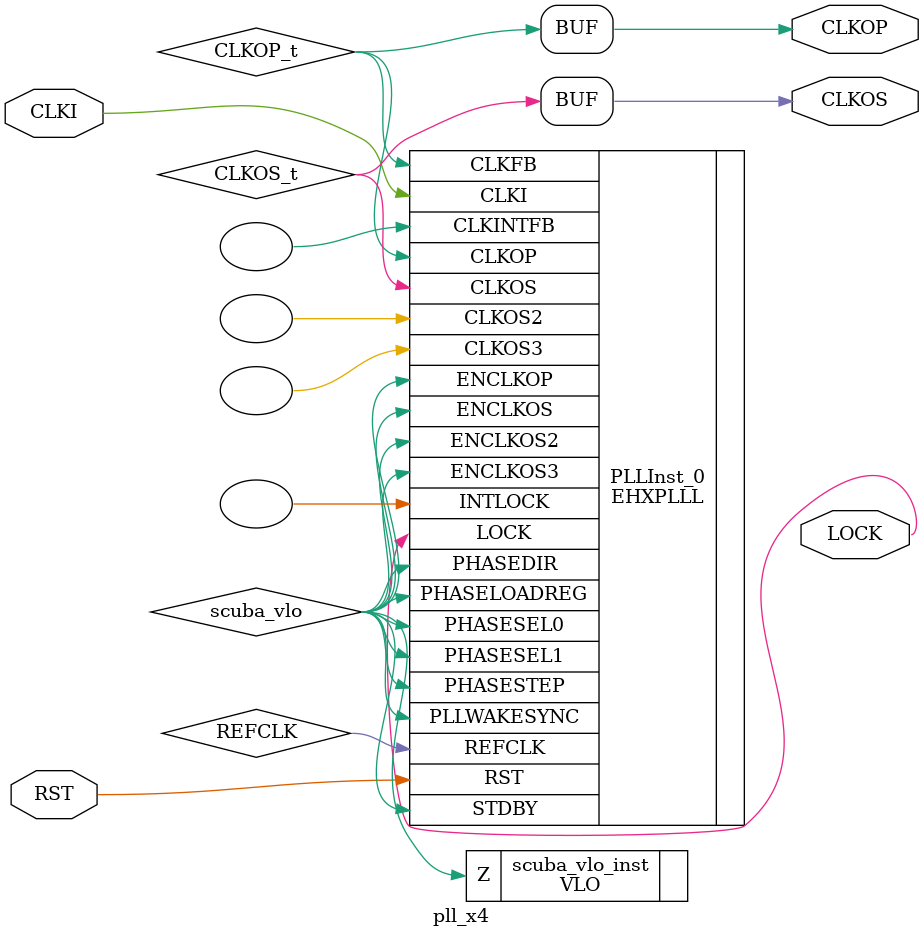
<source format=v>
/* Verilog netlist generated by SCUBA Diamond (64-bit) 3.3.0.109 */
/* Module Version: 5.6 */
/* C:\lscc\diamond\3.3_x64\ispfpga\bin\nt64\scuba.exe -w -n pll_x4 -lang verilog -synth synplify -bus_exp 7 -bb -arch sa5p00m -type pll -fin 75 -fclkop 300 -fclkop_tol 0.0 -fclkos 300 -fclkos_tol 0.0 -phases 90 -phase_cntl STATIC -rst -lock -fb_mode 1 -fdc D:/DESKTOP/RD_WORK/rd1184/check1/source/verilog/ecp5/clarity/pllx4/pll_x4/pll_x4.fdc  */
/* Fri Dec 26 18:04:01 2014 */


`timescale 1 ns / 1 ps
module pll_x4 (CLKI, RST, CLKOP, CLKOS, LOCK)/* synthesis syn_noprune=1 *//* synthesis NGD_DRC_MASK=1 */;// exemplar attribute pll_x4 dont_touch true 
    input wire CLKI;
    input wire RST;
    output wire CLKOP;
    output wire CLKOS;
    output wire LOCK;

    wire REFCLK;
    wire CLKOS_t;
    wire CLKOP_t;
    wire scuba_vhi;
    wire scuba_vlo;

    VHI scuba_vhi_inst (.Z(scuba_vhi));

    VLO scuba_vlo_inst (.Z(scuba_vlo));

    defparam PLLInst_0.PLLRST_ENA = "ENABLED" ;
    defparam PLLInst_0.INTFB_WAKE = "DISABLED" ;
    defparam PLLInst_0.STDBY_ENABLE = "DISABLED" ;
    defparam PLLInst_0.DPHASE_SOURCE = "DISABLED" ;
    defparam PLLInst_0.CLKOS3_FPHASE = 0 ;
    defparam PLLInst_0.CLKOS3_CPHASE = 0 ;
    defparam PLLInst_0.CLKOS2_FPHASE = 0 ;
    defparam PLLInst_0.CLKOS2_CPHASE = 0 ;
    defparam PLLInst_0.CLKOS_FPHASE = 4 ;
    defparam PLLInst_0.CLKOS_CPHASE = 1 ;
    defparam PLLInst_0.CLKOP_FPHASE = 0 ;
    defparam PLLInst_0.CLKOP_CPHASE = 1 ;
    defparam PLLInst_0.PLL_LOCK_MODE = 0 ;
    defparam PLLInst_0.CLKOS_TRIM_DELAY = 0 ;
    defparam PLLInst_0.CLKOS_TRIM_POL = "FALLING" ;
    defparam PLLInst_0.CLKOP_TRIM_DELAY = 0 ;
    defparam PLLInst_0.CLKOP_TRIM_POL = "FALLING" ;
    defparam PLLInst_0.OUTDIVIDER_MUXD = "DIVD" ;
    defparam PLLInst_0.CLKOS3_ENABLE = "DISABLED" ;
    defparam PLLInst_0.OUTDIVIDER_MUXC = "DIVC" ;
    defparam PLLInst_0.CLKOS2_ENABLE = "DISABLED" ;
    defparam PLLInst_0.OUTDIVIDER_MUXB = "DIVB" ;
    defparam PLLInst_0.CLKOS_ENABLE = "ENABLED" ;
    defparam PLLInst_0.OUTDIVIDER_MUXA = "DIVA" ;
    defparam PLLInst_0.CLKOP_ENABLE = "ENABLED" ;
    defparam PLLInst_0.CLKOS3_DIV = 1 ;
    defparam PLLInst_0.CLKOS2_DIV = 1 ;
    defparam PLLInst_0.CLKOS_DIV = 2 ;
    defparam PLLInst_0.CLKOP_DIV = 2 ;
    defparam PLLInst_0.CLKFB_DIV = 4 ;
    defparam PLLInst_0.CLKI_DIV = 1 ;
    defparam PLLInst_0.FEEDBK_PATH = "CLKOP" ;
    EHXPLLL PLLInst_0 (.CLKI(CLKI), .CLKFB(CLKOP_t), .PHASESEL1(scuba_vlo), 
        .PHASESEL0(scuba_vlo), .PHASEDIR(scuba_vlo), .PHASESTEP(scuba_vlo), 
        .PHASELOADREG(scuba_vlo), .STDBY(scuba_vlo), .PLLWAKESYNC(scuba_vlo), 
        .RST(RST), .ENCLKOP(scuba_vlo), .ENCLKOS(scuba_vlo), .ENCLKOS2(scuba_vlo), 
        .ENCLKOS3(scuba_vlo), .CLKOP(CLKOP_t), .CLKOS(CLKOS_t), .CLKOS2(), 
        .CLKOS3(), .LOCK(LOCK), .INTLOCK(), .REFCLK(REFCLK), .CLKINTFB())
             /* synthesis FREQUENCY_PIN_CLKOS="300.000000" */
             /* synthesis FREQUENCY_PIN_CLKOP="300.000000" */
             /* synthesis FREQUENCY_PIN_CLKI="75.000000" */
             /* synthesis ICP_CURRENT="9" */
             /* synthesis LPF_RESISTOR="8" */;

    assign CLKOS = CLKOS_t;
    assign CLKOP = CLKOP_t;


    // exemplar begin
    // exemplar attribute PLLInst_0 FREQUENCY_PIN_CLKOS 300.000000
    // exemplar attribute PLLInst_0 FREQUENCY_PIN_CLKOP 300.000000
    // exemplar attribute PLLInst_0 FREQUENCY_PIN_CLKI 75.000000
    // exemplar attribute PLLInst_0 ICP_CURRENT 9
    // exemplar attribute PLLInst_0 LPF_RESISTOR 8
    // exemplar end

endmodule

</source>
